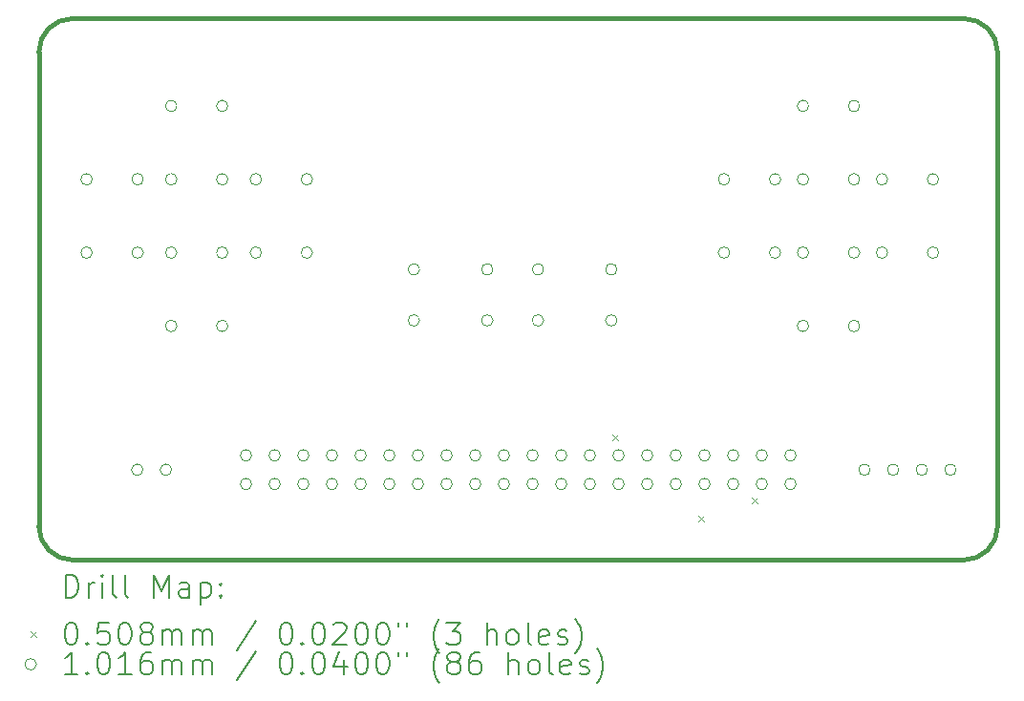
<source format=gbr>
%TF.GenerationSoftware,KiCad,Pcbnew,9.0.2*%
%TF.CreationDate,2025-06-21T15:19:25-04:00*%
%TF.ProjectId,PiGRRL-ButtonPCB,50694752-524c-42d4-9275-74746f6e5043,rev?*%
%TF.SameCoordinates,Original*%
%TF.FileFunction,Drillmap*%
%TF.FilePolarity,Positive*%
%FSLAX45Y45*%
G04 Gerber Fmt 4.5, Leading zero omitted, Abs format (unit mm)*
G04 Created by KiCad (PCBNEW 9.0.2) date 2025-06-21 15:19:25*
%MOMM*%
%LPD*%
G01*
G04 APERTURE LIST*
%ADD10C,0.406400*%
%ADD11C,0.200000*%
%ADD12C,0.100000*%
%ADD13C,0.101600*%
G04 APERTURE END LIST*
D10*
X19100110Y-8400360D02*
X19100110Y-12600360D01*
X19100110Y-12600360D02*
G75*
G02*
X18800110Y-12900360I-300000J0D01*
G01*
X18800110Y-12900360D02*
X10900110Y-12900360D01*
X10900110Y-12900360D02*
G75*
G02*
X10600110Y-12600360I0J300000D01*
G01*
X10600110Y-12600360D02*
X10600110Y-8400360D01*
X10600110Y-8400360D02*
G75*
G02*
X10900110Y-8100360I300000J0D01*
G01*
X10900110Y-8100360D02*
X18800110Y-8100360D01*
X18800110Y-8100360D02*
G75*
G02*
X19100110Y-8400360I0J-300000D01*
G01*
D11*
D12*
X15687730Y-11785300D02*
X15738530Y-11836100D01*
X15738530Y-11785300D02*
X15687730Y-11836100D01*
X16442110Y-12511740D02*
X16492910Y-12562540D01*
X16492910Y-12511740D02*
X16442110Y-12562540D01*
X16917090Y-12344100D02*
X16967890Y-12394900D01*
X16967890Y-12344100D02*
X16917090Y-12394900D01*
D13*
X11074850Y-9525240D02*
G75*
G02*
X10973250Y-9525240I-50800J0D01*
G01*
X10973250Y-9525240D02*
G75*
G02*
X11074850Y-9525240I50800J0D01*
G01*
X11074850Y-10175480D02*
G75*
G02*
X10973250Y-10175480I-50800J0D01*
G01*
X10973250Y-10175480D02*
G75*
G02*
X11074850Y-10175480I50800J0D01*
G01*
X11523910Y-12100360D02*
G75*
G02*
X11422310Y-12100360I-50800J0D01*
G01*
X11422310Y-12100360D02*
G75*
G02*
X11523910Y-12100360I50800J0D01*
G01*
X11526970Y-9525240D02*
G75*
G02*
X11425370Y-9525240I-50800J0D01*
G01*
X11425370Y-9525240D02*
G75*
G02*
X11526970Y-9525240I50800J0D01*
G01*
X11526970Y-10175480D02*
G75*
G02*
X11425370Y-10175480I-50800J0D01*
G01*
X11425370Y-10175480D02*
G75*
G02*
X11526970Y-10175480I50800J0D01*
G01*
X11777910Y-12100360D02*
G75*
G02*
X11676310Y-12100360I-50800J0D01*
G01*
X11676310Y-12100360D02*
G75*
G02*
X11777910Y-12100360I50800J0D01*
G01*
X11824850Y-8875240D02*
G75*
G02*
X11723250Y-8875240I-50800J0D01*
G01*
X11723250Y-8875240D02*
G75*
G02*
X11824850Y-8875240I50800J0D01*
G01*
X11824850Y-9525480D02*
G75*
G02*
X11723250Y-9525480I-50800J0D01*
G01*
X11723250Y-9525480D02*
G75*
G02*
X11824850Y-9525480I50800J0D01*
G01*
X11824850Y-10175240D02*
G75*
G02*
X11723250Y-10175240I-50800J0D01*
G01*
X11723250Y-10175240D02*
G75*
G02*
X11824850Y-10175240I50800J0D01*
G01*
X11824850Y-10825480D02*
G75*
G02*
X11723250Y-10825480I-50800J0D01*
G01*
X11723250Y-10825480D02*
G75*
G02*
X11824850Y-10825480I50800J0D01*
G01*
X12276970Y-8875240D02*
G75*
G02*
X12175370Y-8875240I-50800J0D01*
G01*
X12175370Y-8875240D02*
G75*
G02*
X12276970Y-8875240I50800J0D01*
G01*
X12276970Y-9525480D02*
G75*
G02*
X12175370Y-9525480I-50800J0D01*
G01*
X12175370Y-9525480D02*
G75*
G02*
X12276970Y-9525480I50800J0D01*
G01*
X12276970Y-10175240D02*
G75*
G02*
X12175370Y-10175240I-50800J0D01*
G01*
X12175370Y-10175240D02*
G75*
G02*
X12276970Y-10175240I50800J0D01*
G01*
X12276970Y-10825480D02*
G75*
G02*
X12175370Y-10825480I-50800J0D01*
G01*
X12175370Y-10825480D02*
G75*
G02*
X12276970Y-10825480I50800J0D01*
G01*
X12487910Y-11973360D02*
G75*
G02*
X12386310Y-11973360I-50800J0D01*
G01*
X12386310Y-11973360D02*
G75*
G02*
X12487910Y-11973360I50800J0D01*
G01*
X12487910Y-12227360D02*
G75*
G02*
X12386310Y-12227360I-50800J0D01*
G01*
X12386310Y-12227360D02*
G75*
G02*
X12487910Y-12227360I50800J0D01*
G01*
X12574850Y-9525240D02*
G75*
G02*
X12473250Y-9525240I-50800J0D01*
G01*
X12473250Y-9525240D02*
G75*
G02*
X12574850Y-9525240I50800J0D01*
G01*
X12574850Y-10175480D02*
G75*
G02*
X12473250Y-10175480I-50800J0D01*
G01*
X12473250Y-10175480D02*
G75*
G02*
X12574850Y-10175480I50800J0D01*
G01*
X12741910Y-11973360D02*
G75*
G02*
X12640310Y-11973360I-50800J0D01*
G01*
X12640310Y-11973360D02*
G75*
G02*
X12741910Y-11973360I50800J0D01*
G01*
X12741910Y-12227360D02*
G75*
G02*
X12640310Y-12227360I-50800J0D01*
G01*
X12640310Y-12227360D02*
G75*
G02*
X12741910Y-12227360I50800J0D01*
G01*
X12995910Y-11973360D02*
G75*
G02*
X12894310Y-11973360I-50800J0D01*
G01*
X12894310Y-11973360D02*
G75*
G02*
X12995910Y-11973360I50800J0D01*
G01*
X12995910Y-12227360D02*
G75*
G02*
X12894310Y-12227360I-50800J0D01*
G01*
X12894310Y-12227360D02*
G75*
G02*
X12995910Y-12227360I50800J0D01*
G01*
X13026970Y-9525240D02*
G75*
G02*
X12925370Y-9525240I-50800J0D01*
G01*
X12925370Y-9525240D02*
G75*
G02*
X13026970Y-9525240I50800J0D01*
G01*
X13026970Y-10175480D02*
G75*
G02*
X12925370Y-10175480I-50800J0D01*
G01*
X12925370Y-10175480D02*
G75*
G02*
X13026970Y-10175480I50800J0D01*
G01*
X13249910Y-11973360D02*
G75*
G02*
X13148310Y-11973360I-50800J0D01*
G01*
X13148310Y-11973360D02*
G75*
G02*
X13249910Y-11973360I50800J0D01*
G01*
X13249910Y-12227360D02*
G75*
G02*
X13148310Y-12227360I-50800J0D01*
G01*
X13148310Y-12227360D02*
G75*
G02*
X13249910Y-12227360I50800J0D01*
G01*
X13503910Y-11973360D02*
G75*
G02*
X13402310Y-11973360I-50800J0D01*
G01*
X13402310Y-11973360D02*
G75*
G02*
X13503910Y-11973360I50800J0D01*
G01*
X13503910Y-12227360D02*
G75*
G02*
X13402310Y-12227360I-50800J0D01*
G01*
X13402310Y-12227360D02*
G75*
G02*
X13503910Y-12227360I50800J0D01*
G01*
X13757910Y-11973360D02*
G75*
G02*
X13656310Y-11973360I-50800J0D01*
G01*
X13656310Y-11973360D02*
G75*
G02*
X13757910Y-11973360I50800J0D01*
G01*
X13757910Y-12227360D02*
G75*
G02*
X13656310Y-12227360I-50800J0D01*
G01*
X13656310Y-12227360D02*
G75*
G02*
X13757910Y-12227360I50800J0D01*
G01*
X13975790Y-10324300D02*
G75*
G02*
X13874190Y-10324300I-50800J0D01*
G01*
X13874190Y-10324300D02*
G75*
G02*
X13975790Y-10324300I50800J0D01*
G01*
X13975790Y-10776420D02*
G75*
G02*
X13874190Y-10776420I-50800J0D01*
G01*
X13874190Y-10776420D02*
G75*
G02*
X13975790Y-10776420I50800J0D01*
G01*
X14011910Y-11973360D02*
G75*
G02*
X13910310Y-11973360I-50800J0D01*
G01*
X13910310Y-11973360D02*
G75*
G02*
X14011910Y-11973360I50800J0D01*
G01*
X14011910Y-12227360D02*
G75*
G02*
X13910310Y-12227360I-50800J0D01*
G01*
X13910310Y-12227360D02*
G75*
G02*
X14011910Y-12227360I50800J0D01*
G01*
X14265910Y-11973360D02*
G75*
G02*
X14164310Y-11973360I-50800J0D01*
G01*
X14164310Y-11973360D02*
G75*
G02*
X14265910Y-11973360I50800J0D01*
G01*
X14265910Y-12227360D02*
G75*
G02*
X14164310Y-12227360I-50800J0D01*
G01*
X14164310Y-12227360D02*
G75*
G02*
X14265910Y-12227360I50800J0D01*
G01*
X14519910Y-11973360D02*
G75*
G02*
X14418310Y-11973360I-50800J0D01*
G01*
X14418310Y-11973360D02*
G75*
G02*
X14519910Y-11973360I50800J0D01*
G01*
X14519910Y-12227360D02*
G75*
G02*
X14418310Y-12227360I-50800J0D01*
G01*
X14418310Y-12227360D02*
G75*
G02*
X14519910Y-12227360I50800J0D01*
G01*
X14626030Y-10324300D02*
G75*
G02*
X14524430Y-10324300I-50800J0D01*
G01*
X14524430Y-10324300D02*
G75*
G02*
X14626030Y-10324300I50800J0D01*
G01*
X14626030Y-10776420D02*
G75*
G02*
X14524430Y-10776420I-50800J0D01*
G01*
X14524430Y-10776420D02*
G75*
G02*
X14626030Y-10776420I50800J0D01*
G01*
X14773910Y-11973360D02*
G75*
G02*
X14672310Y-11973360I-50800J0D01*
G01*
X14672310Y-11973360D02*
G75*
G02*
X14773910Y-11973360I50800J0D01*
G01*
X14773910Y-12227360D02*
G75*
G02*
X14672310Y-12227360I-50800J0D01*
G01*
X14672310Y-12227360D02*
G75*
G02*
X14773910Y-12227360I50800J0D01*
G01*
X15027910Y-11973360D02*
G75*
G02*
X14926310Y-11973360I-50800J0D01*
G01*
X14926310Y-11973360D02*
G75*
G02*
X15027910Y-11973360I50800J0D01*
G01*
X15027910Y-12227360D02*
G75*
G02*
X14926310Y-12227360I-50800J0D01*
G01*
X14926310Y-12227360D02*
G75*
G02*
X15027910Y-12227360I50800J0D01*
G01*
X15075790Y-10324300D02*
G75*
G02*
X14974190Y-10324300I-50800J0D01*
G01*
X14974190Y-10324300D02*
G75*
G02*
X15075790Y-10324300I50800J0D01*
G01*
X15075790Y-10776420D02*
G75*
G02*
X14974190Y-10776420I-50800J0D01*
G01*
X14974190Y-10776420D02*
G75*
G02*
X15075790Y-10776420I50800J0D01*
G01*
X15281910Y-11973360D02*
G75*
G02*
X15180310Y-11973360I-50800J0D01*
G01*
X15180310Y-11973360D02*
G75*
G02*
X15281910Y-11973360I50800J0D01*
G01*
X15281910Y-12227360D02*
G75*
G02*
X15180310Y-12227360I-50800J0D01*
G01*
X15180310Y-12227360D02*
G75*
G02*
X15281910Y-12227360I50800J0D01*
G01*
X15535910Y-11973360D02*
G75*
G02*
X15434310Y-11973360I-50800J0D01*
G01*
X15434310Y-11973360D02*
G75*
G02*
X15535910Y-11973360I50800J0D01*
G01*
X15535910Y-12227360D02*
G75*
G02*
X15434310Y-12227360I-50800J0D01*
G01*
X15434310Y-12227360D02*
G75*
G02*
X15535910Y-12227360I50800J0D01*
G01*
X15726030Y-10324300D02*
G75*
G02*
X15624430Y-10324300I-50800J0D01*
G01*
X15624430Y-10324300D02*
G75*
G02*
X15726030Y-10324300I50800J0D01*
G01*
X15726030Y-10776420D02*
G75*
G02*
X15624430Y-10776420I-50800J0D01*
G01*
X15624430Y-10776420D02*
G75*
G02*
X15726030Y-10776420I50800J0D01*
G01*
X15789910Y-11973360D02*
G75*
G02*
X15688310Y-11973360I-50800J0D01*
G01*
X15688310Y-11973360D02*
G75*
G02*
X15789910Y-11973360I50800J0D01*
G01*
X15789910Y-12227360D02*
G75*
G02*
X15688310Y-12227360I-50800J0D01*
G01*
X15688310Y-12227360D02*
G75*
G02*
X15789910Y-12227360I50800J0D01*
G01*
X16043910Y-11973360D02*
G75*
G02*
X15942310Y-11973360I-50800J0D01*
G01*
X15942310Y-11973360D02*
G75*
G02*
X16043910Y-11973360I50800J0D01*
G01*
X16043910Y-12227360D02*
G75*
G02*
X15942310Y-12227360I-50800J0D01*
G01*
X15942310Y-12227360D02*
G75*
G02*
X16043910Y-12227360I50800J0D01*
G01*
X16297910Y-11973360D02*
G75*
G02*
X16196310Y-11973360I-50800J0D01*
G01*
X16196310Y-11973360D02*
G75*
G02*
X16297910Y-11973360I50800J0D01*
G01*
X16297910Y-12227360D02*
G75*
G02*
X16196310Y-12227360I-50800J0D01*
G01*
X16196310Y-12227360D02*
G75*
G02*
X16297910Y-12227360I50800J0D01*
G01*
X16551910Y-11973360D02*
G75*
G02*
X16450310Y-11973360I-50800J0D01*
G01*
X16450310Y-11973360D02*
G75*
G02*
X16551910Y-11973360I50800J0D01*
G01*
X16551910Y-12227360D02*
G75*
G02*
X16450310Y-12227360I-50800J0D01*
G01*
X16450310Y-12227360D02*
G75*
G02*
X16551910Y-12227360I50800J0D01*
G01*
X16724850Y-9525240D02*
G75*
G02*
X16623250Y-9525240I-50800J0D01*
G01*
X16623250Y-9525240D02*
G75*
G02*
X16724850Y-9525240I50800J0D01*
G01*
X16724850Y-10175480D02*
G75*
G02*
X16623250Y-10175480I-50800J0D01*
G01*
X16623250Y-10175480D02*
G75*
G02*
X16724850Y-10175480I50800J0D01*
G01*
X16805910Y-11973360D02*
G75*
G02*
X16704310Y-11973360I-50800J0D01*
G01*
X16704310Y-11973360D02*
G75*
G02*
X16805910Y-11973360I50800J0D01*
G01*
X16805910Y-12227360D02*
G75*
G02*
X16704310Y-12227360I-50800J0D01*
G01*
X16704310Y-12227360D02*
G75*
G02*
X16805910Y-12227360I50800J0D01*
G01*
X17059910Y-11973360D02*
G75*
G02*
X16958310Y-11973360I-50800J0D01*
G01*
X16958310Y-11973360D02*
G75*
G02*
X17059910Y-11973360I50800J0D01*
G01*
X17059910Y-12227360D02*
G75*
G02*
X16958310Y-12227360I-50800J0D01*
G01*
X16958310Y-12227360D02*
G75*
G02*
X17059910Y-12227360I50800J0D01*
G01*
X17176970Y-9525240D02*
G75*
G02*
X17075370Y-9525240I-50800J0D01*
G01*
X17075370Y-9525240D02*
G75*
G02*
X17176970Y-9525240I50800J0D01*
G01*
X17176970Y-10175480D02*
G75*
G02*
X17075370Y-10175480I-50800J0D01*
G01*
X17075370Y-10175480D02*
G75*
G02*
X17176970Y-10175480I50800J0D01*
G01*
X17313910Y-11973360D02*
G75*
G02*
X17212310Y-11973360I-50800J0D01*
G01*
X17212310Y-11973360D02*
G75*
G02*
X17313910Y-11973360I50800J0D01*
G01*
X17313910Y-12227360D02*
G75*
G02*
X17212310Y-12227360I-50800J0D01*
G01*
X17212310Y-12227360D02*
G75*
G02*
X17313910Y-12227360I50800J0D01*
G01*
X17424850Y-8875240D02*
G75*
G02*
X17323250Y-8875240I-50800J0D01*
G01*
X17323250Y-8875240D02*
G75*
G02*
X17424850Y-8875240I50800J0D01*
G01*
X17424850Y-9525480D02*
G75*
G02*
X17323250Y-9525480I-50800J0D01*
G01*
X17323250Y-9525480D02*
G75*
G02*
X17424850Y-9525480I50800J0D01*
G01*
X17424850Y-10175240D02*
G75*
G02*
X17323250Y-10175240I-50800J0D01*
G01*
X17323250Y-10175240D02*
G75*
G02*
X17424850Y-10175240I50800J0D01*
G01*
X17424850Y-10825480D02*
G75*
G02*
X17323250Y-10825480I-50800J0D01*
G01*
X17323250Y-10825480D02*
G75*
G02*
X17424850Y-10825480I50800J0D01*
G01*
X17876970Y-8875240D02*
G75*
G02*
X17775370Y-8875240I-50800J0D01*
G01*
X17775370Y-8875240D02*
G75*
G02*
X17876970Y-8875240I50800J0D01*
G01*
X17876970Y-9525480D02*
G75*
G02*
X17775370Y-9525480I-50800J0D01*
G01*
X17775370Y-9525480D02*
G75*
G02*
X17876970Y-9525480I50800J0D01*
G01*
X17876970Y-10175240D02*
G75*
G02*
X17775370Y-10175240I-50800J0D01*
G01*
X17775370Y-10175240D02*
G75*
G02*
X17876970Y-10175240I50800J0D01*
G01*
X17876970Y-10825480D02*
G75*
G02*
X17775370Y-10825480I-50800J0D01*
G01*
X17775370Y-10825480D02*
G75*
G02*
X17876970Y-10825480I50800J0D01*
G01*
X17969910Y-12100360D02*
G75*
G02*
X17868310Y-12100360I-50800J0D01*
G01*
X17868310Y-12100360D02*
G75*
G02*
X17969910Y-12100360I50800J0D01*
G01*
X18124850Y-9525240D02*
G75*
G02*
X18023250Y-9525240I-50800J0D01*
G01*
X18023250Y-9525240D02*
G75*
G02*
X18124850Y-9525240I50800J0D01*
G01*
X18124850Y-10175480D02*
G75*
G02*
X18023250Y-10175480I-50800J0D01*
G01*
X18023250Y-10175480D02*
G75*
G02*
X18124850Y-10175480I50800J0D01*
G01*
X18223910Y-12100360D02*
G75*
G02*
X18122310Y-12100360I-50800J0D01*
G01*
X18122310Y-12100360D02*
G75*
G02*
X18223910Y-12100360I50800J0D01*
G01*
X18477910Y-12100360D02*
G75*
G02*
X18376310Y-12100360I-50800J0D01*
G01*
X18376310Y-12100360D02*
G75*
G02*
X18477910Y-12100360I50800J0D01*
G01*
X18576970Y-9525240D02*
G75*
G02*
X18475370Y-9525240I-50800J0D01*
G01*
X18475370Y-9525240D02*
G75*
G02*
X18576970Y-9525240I50800J0D01*
G01*
X18576970Y-10175480D02*
G75*
G02*
X18475370Y-10175480I-50800J0D01*
G01*
X18475370Y-10175480D02*
G75*
G02*
X18576970Y-10175480I50800J0D01*
G01*
X18731910Y-12100360D02*
G75*
G02*
X18630310Y-12100360I-50800J0D01*
G01*
X18630310Y-12100360D02*
G75*
G02*
X18731910Y-12100360I50800J0D01*
G01*
D11*
X10840567Y-13232164D02*
X10840567Y-13032164D01*
X10840567Y-13032164D02*
X10888186Y-13032164D01*
X10888186Y-13032164D02*
X10916757Y-13041688D01*
X10916757Y-13041688D02*
X10935805Y-13060735D01*
X10935805Y-13060735D02*
X10945329Y-13079783D01*
X10945329Y-13079783D02*
X10954853Y-13117878D01*
X10954853Y-13117878D02*
X10954853Y-13146449D01*
X10954853Y-13146449D02*
X10945329Y-13184545D01*
X10945329Y-13184545D02*
X10935805Y-13203592D01*
X10935805Y-13203592D02*
X10916757Y-13222640D01*
X10916757Y-13222640D02*
X10888186Y-13232164D01*
X10888186Y-13232164D02*
X10840567Y-13232164D01*
X11040567Y-13232164D02*
X11040567Y-13098830D01*
X11040567Y-13136926D02*
X11050091Y-13117878D01*
X11050091Y-13117878D02*
X11059614Y-13108354D01*
X11059614Y-13108354D02*
X11078662Y-13098830D01*
X11078662Y-13098830D02*
X11097710Y-13098830D01*
X11164376Y-13232164D02*
X11164376Y-13098830D01*
X11164376Y-13032164D02*
X11154853Y-13041688D01*
X11154853Y-13041688D02*
X11164376Y-13051211D01*
X11164376Y-13051211D02*
X11173900Y-13041688D01*
X11173900Y-13041688D02*
X11164376Y-13032164D01*
X11164376Y-13032164D02*
X11164376Y-13051211D01*
X11288186Y-13232164D02*
X11269138Y-13222640D01*
X11269138Y-13222640D02*
X11259614Y-13203592D01*
X11259614Y-13203592D02*
X11259614Y-13032164D01*
X11392948Y-13232164D02*
X11373900Y-13222640D01*
X11373900Y-13222640D02*
X11364376Y-13203592D01*
X11364376Y-13203592D02*
X11364376Y-13032164D01*
X11621519Y-13232164D02*
X11621519Y-13032164D01*
X11621519Y-13032164D02*
X11688186Y-13175021D01*
X11688186Y-13175021D02*
X11754852Y-13032164D01*
X11754852Y-13032164D02*
X11754852Y-13232164D01*
X11935805Y-13232164D02*
X11935805Y-13127402D01*
X11935805Y-13127402D02*
X11926281Y-13108354D01*
X11926281Y-13108354D02*
X11907233Y-13098830D01*
X11907233Y-13098830D02*
X11869138Y-13098830D01*
X11869138Y-13098830D02*
X11850091Y-13108354D01*
X11935805Y-13222640D02*
X11916757Y-13232164D01*
X11916757Y-13232164D02*
X11869138Y-13232164D01*
X11869138Y-13232164D02*
X11850091Y-13222640D01*
X11850091Y-13222640D02*
X11840567Y-13203592D01*
X11840567Y-13203592D02*
X11840567Y-13184545D01*
X11840567Y-13184545D02*
X11850091Y-13165497D01*
X11850091Y-13165497D02*
X11869138Y-13155973D01*
X11869138Y-13155973D02*
X11916757Y-13155973D01*
X11916757Y-13155973D02*
X11935805Y-13146449D01*
X12031043Y-13098830D02*
X12031043Y-13298830D01*
X12031043Y-13108354D02*
X12050091Y-13098830D01*
X12050091Y-13098830D02*
X12088186Y-13098830D01*
X12088186Y-13098830D02*
X12107233Y-13108354D01*
X12107233Y-13108354D02*
X12116757Y-13117878D01*
X12116757Y-13117878D02*
X12126281Y-13136926D01*
X12126281Y-13136926D02*
X12126281Y-13194068D01*
X12126281Y-13194068D02*
X12116757Y-13213116D01*
X12116757Y-13213116D02*
X12107233Y-13222640D01*
X12107233Y-13222640D02*
X12088186Y-13232164D01*
X12088186Y-13232164D02*
X12050091Y-13232164D01*
X12050091Y-13232164D02*
X12031043Y-13222640D01*
X12211995Y-13213116D02*
X12221519Y-13222640D01*
X12221519Y-13222640D02*
X12211995Y-13232164D01*
X12211995Y-13232164D02*
X12202472Y-13222640D01*
X12202472Y-13222640D02*
X12211995Y-13213116D01*
X12211995Y-13213116D02*
X12211995Y-13232164D01*
X12211995Y-13108354D02*
X12221519Y-13117878D01*
X12221519Y-13117878D02*
X12211995Y-13127402D01*
X12211995Y-13127402D02*
X12202472Y-13117878D01*
X12202472Y-13117878D02*
X12211995Y-13108354D01*
X12211995Y-13108354D02*
X12211995Y-13127402D01*
D12*
X10528990Y-13535280D02*
X10579790Y-13586080D01*
X10579790Y-13535280D02*
X10528990Y-13586080D01*
D11*
X10878662Y-13452164D02*
X10897710Y-13452164D01*
X10897710Y-13452164D02*
X10916757Y-13461688D01*
X10916757Y-13461688D02*
X10926281Y-13471211D01*
X10926281Y-13471211D02*
X10935805Y-13490259D01*
X10935805Y-13490259D02*
X10945329Y-13528354D01*
X10945329Y-13528354D02*
X10945329Y-13575973D01*
X10945329Y-13575973D02*
X10935805Y-13614068D01*
X10935805Y-13614068D02*
X10926281Y-13633116D01*
X10926281Y-13633116D02*
X10916757Y-13642640D01*
X10916757Y-13642640D02*
X10897710Y-13652164D01*
X10897710Y-13652164D02*
X10878662Y-13652164D01*
X10878662Y-13652164D02*
X10859614Y-13642640D01*
X10859614Y-13642640D02*
X10850091Y-13633116D01*
X10850091Y-13633116D02*
X10840567Y-13614068D01*
X10840567Y-13614068D02*
X10831043Y-13575973D01*
X10831043Y-13575973D02*
X10831043Y-13528354D01*
X10831043Y-13528354D02*
X10840567Y-13490259D01*
X10840567Y-13490259D02*
X10850091Y-13471211D01*
X10850091Y-13471211D02*
X10859614Y-13461688D01*
X10859614Y-13461688D02*
X10878662Y-13452164D01*
X11031043Y-13633116D02*
X11040567Y-13642640D01*
X11040567Y-13642640D02*
X11031043Y-13652164D01*
X11031043Y-13652164D02*
X11021519Y-13642640D01*
X11021519Y-13642640D02*
X11031043Y-13633116D01*
X11031043Y-13633116D02*
X11031043Y-13652164D01*
X11221519Y-13452164D02*
X11126281Y-13452164D01*
X11126281Y-13452164D02*
X11116757Y-13547402D01*
X11116757Y-13547402D02*
X11126281Y-13537878D01*
X11126281Y-13537878D02*
X11145329Y-13528354D01*
X11145329Y-13528354D02*
X11192948Y-13528354D01*
X11192948Y-13528354D02*
X11211995Y-13537878D01*
X11211995Y-13537878D02*
X11221519Y-13547402D01*
X11221519Y-13547402D02*
X11231043Y-13566449D01*
X11231043Y-13566449D02*
X11231043Y-13614068D01*
X11231043Y-13614068D02*
X11221519Y-13633116D01*
X11221519Y-13633116D02*
X11211995Y-13642640D01*
X11211995Y-13642640D02*
X11192948Y-13652164D01*
X11192948Y-13652164D02*
X11145329Y-13652164D01*
X11145329Y-13652164D02*
X11126281Y-13642640D01*
X11126281Y-13642640D02*
X11116757Y-13633116D01*
X11354852Y-13452164D02*
X11373900Y-13452164D01*
X11373900Y-13452164D02*
X11392948Y-13461688D01*
X11392948Y-13461688D02*
X11402472Y-13471211D01*
X11402472Y-13471211D02*
X11411995Y-13490259D01*
X11411995Y-13490259D02*
X11421519Y-13528354D01*
X11421519Y-13528354D02*
X11421519Y-13575973D01*
X11421519Y-13575973D02*
X11411995Y-13614068D01*
X11411995Y-13614068D02*
X11402472Y-13633116D01*
X11402472Y-13633116D02*
X11392948Y-13642640D01*
X11392948Y-13642640D02*
X11373900Y-13652164D01*
X11373900Y-13652164D02*
X11354852Y-13652164D01*
X11354852Y-13652164D02*
X11335805Y-13642640D01*
X11335805Y-13642640D02*
X11326281Y-13633116D01*
X11326281Y-13633116D02*
X11316757Y-13614068D01*
X11316757Y-13614068D02*
X11307233Y-13575973D01*
X11307233Y-13575973D02*
X11307233Y-13528354D01*
X11307233Y-13528354D02*
X11316757Y-13490259D01*
X11316757Y-13490259D02*
X11326281Y-13471211D01*
X11326281Y-13471211D02*
X11335805Y-13461688D01*
X11335805Y-13461688D02*
X11354852Y-13452164D01*
X11535805Y-13537878D02*
X11516757Y-13528354D01*
X11516757Y-13528354D02*
X11507233Y-13518830D01*
X11507233Y-13518830D02*
X11497710Y-13499783D01*
X11497710Y-13499783D02*
X11497710Y-13490259D01*
X11497710Y-13490259D02*
X11507233Y-13471211D01*
X11507233Y-13471211D02*
X11516757Y-13461688D01*
X11516757Y-13461688D02*
X11535805Y-13452164D01*
X11535805Y-13452164D02*
X11573900Y-13452164D01*
X11573900Y-13452164D02*
X11592948Y-13461688D01*
X11592948Y-13461688D02*
X11602472Y-13471211D01*
X11602472Y-13471211D02*
X11611995Y-13490259D01*
X11611995Y-13490259D02*
X11611995Y-13499783D01*
X11611995Y-13499783D02*
X11602472Y-13518830D01*
X11602472Y-13518830D02*
X11592948Y-13528354D01*
X11592948Y-13528354D02*
X11573900Y-13537878D01*
X11573900Y-13537878D02*
X11535805Y-13537878D01*
X11535805Y-13537878D02*
X11516757Y-13547402D01*
X11516757Y-13547402D02*
X11507233Y-13556926D01*
X11507233Y-13556926D02*
X11497710Y-13575973D01*
X11497710Y-13575973D02*
X11497710Y-13614068D01*
X11497710Y-13614068D02*
X11507233Y-13633116D01*
X11507233Y-13633116D02*
X11516757Y-13642640D01*
X11516757Y-13642640D02*
X11535805Y-13652164D01*
X11535805Y-13652164D02*
X11573900Y-13652164D01*
X11573900Y-13652164D02*
X11592948Y-13642640D01*
X11592948Y-13642640D02*
X11602472Y-13633116D01*
X11602472Y-13633116D02*
X11611995Y-13614068D01*
X11611995Y-13614068D02*
X11611995Y-13575973D01*
X11611995Y-13575973D02*
X11602472Y-13556926D01*
X11602472Y-13556926D02*
X11592948Y-13547402D01*
X11592948Y-13547402D02*
X11573900Y-13537878D01*
X11697710Y-13652164D02*
X11697710Y-13518830D01*
X11697710Y-13537878D02*
X11707233Y-13528354D01*
X11707233Y-13528354D02*
X11726281Y-13518830D01*
X11726281Y-13518830D02*
X11754853Y-13518830D01*
X11754853Y-13518830D02*
X11773900Y-13528354D01*
X11773900Y-13528354D02*
X11783424Y-13547402D01*
X11783424Y-13547402D02*
X11783424Y-13652164D01*
X11783424Y-13547402D02*
X11792948Y-13528354D01*
X11792948Y-13528354D02*
X11811995Y-13518830D01*
X11811995Y-13518830D02*
X11840567Y-13518830D01*
X11840567Y-13518830D02*
X11859614Y-13528354D01*
X11859614Y-13528354D02*
X11869138Y-13547402D01*
X11869138Y-13547402D02*
X11869138Y-13652164D01*
X11964376Y-13652164D02*
X11964376Y-13518830D01*
X11964376Y-13537878D02*
X11973900Y-13528354D01*
X11973900Y-13528354D02*
X11992948Y-13518830D01*
X11992948Y-13518830D02*
X12021519Y-13518830D01*
X12021519Y-13518830D02*
X12040567Y-13528354D01*
X12040567Y-13528354D02*
X12050091Y-13547402D01*
X12050091Y-13547402D02*
X12050091Y-13652164D01*
X12050091Y-13547402D02*
X12059614Y-13528354D01*
X12059614Y-13528354D02*
X12078662Y-13518830D01*
X12078662Y-13518830D02*
X12107233Y-13518830D01*
X12107233Y-13518830D02*
X12126281Y-13528354D01*
X12126281Y-13528354D02*
X12135805Y-13547402D01*
X12135805Y-13547402D02*
X12135805Y-13652164D01*
X12526281Y-13442640D02*
X12354853Y-13699783D01*
X12783424Y-13452164D02*
X12802472Y-13452164D01*
X12802472Y-13452164D02*
X12821519Y-13461688D01*
X12821519Y-13461688D02*
X12831043Y-13471211D01*
X12831043Y-13471211D02*
X12840567Y-13490259D01*
X12840567Y-13490259D02*
X12850091Y-13528354D01*
X12850091Y-13528354D02*
X12850091Y-13575973D01*
X12850091Y-13575973D02*
X12840567Y-13614068D01*
X12840567Y-13614068D02*
X12831043Y-13633116D01*
X12831043Y-13633116D02*
X12821519Y-13642640D01*
X12821519Y-13642640D02*
X12802472Y-13652164D01*
X12802472Y-13652164D02*
X12783424Y-13652164D01*
X12783424Y-13652164D02*
X12764376Y-13642640D01*
X12764376Y-13642640D02*
X12754853Y-13633116D01*
X12754853Y-13633116D02*
X12745329Y-13614068D01*
X12745329Y-13614068D02*
X12735805Y-13575973D01*
X12735805Y-13575973D02*
X12735805Y-13528354D01*
X12735805Y-13528354D02*
X12745329Y-13490259D01*
X12745329Y-13490259D02*
X12754853Y-13471211D01*
X12754853Y-13471211D02*
X12764376Y-13461688D01*
X12764376Y-13461688D02*
X12783424Y-13452164D01*
X12935805Y-13633116D02*
X12945329Y-13642640D01*
X12945329Y-13642640D02*
X12935805Y-13652164D01*
X12935805Y-13652164D02*
X12926281Y-13642640D01*
X12926281Y-13642640D02*
X12935805Y-13633116D01*
X12935805Y-13633116D02*
X12935805Y-13652164D01*
X13069138Y-13452164D02*
X13088186Y-13452164D01*
X13088186Y-13452164D02*
X13107234Y-13461688D01*
X13107234Y-13461688D02*
X13116757Y-13471211D01*
X13116757Y-13471211D02*
X13126281Y-13490259D01*
X13126281Y-13490259D02*
X13135805Y-13528354D01*
X13135805Y-13528354D02*
X13135805Y-13575973D01*
X13135805Y-13575973D02*
X13126281Y-13614068D01*
X13126281Y-13614068D02*
X13116757Y-13633116D01*
X13116757Y-13633116D02*
X13107234Y-13642640D01*
X13107234Y-13642640D02*
X13088186Y-13652164D01*
X13088186Y-13652164D02*
X13069138Y-13652164D01*
X13069138Y-13652164D02*
X13050091Y-13642640D01*
X13050091Y-13642640D02*
X13040567Y-13633116D01*
X13040567Y-13633116D02*
X13031043Y-13614068D01*
X13031043Y-13614068D02*
X13021519Y-13575973D01*
X13021519Y-13575973D02*
X13021519Y-13528354D01*
X13021519Y-13528354D02*
X13031043Y-13490259D01*
X13031043Y-13490259D02*
X13040567Y-13471211D01*
X13040567Y-13471211D02*
X13050091Y-13461688D01*
X13050091Y-13461688D02*
X13069138Y-13452164D01*
X13211996Y-13471211D02*
X13221519Y-13461688D01*
X13221519Y-13461688D02*
X13240567Y-13452164D01*
X13240567Y-13452164D02*
X13288186Y-13452164D01*
X13288186Y-13452164D02*
X13307234Y-13461688D01*
X13307234Y-13461688D02*
X13316757Y-13471211D01*
X13316757Y-13471211D02*
X13326281Y-13490259D01*
X13326281Y-13490259D02*
X13326281Y-13509307D01*
X13326281Y-13509307D02*
X13316757Y-13537878D01*
X13316757Y-13537878D02*
X13202472Y-13652164D01*
X13202472Y-13652164D02*
X13326281Y-13652164D01*
X13450091Y-13452164D02*
X13469138Y-13452164D01*
X13469138Y-13452164D02*
X13488186Y-13461688D01*
X13488186Y-13461688D02*
X13497710Y-13471211D01*
X13497710Y-13471211D02*
X13507234Y-13490259D01*
X13507234Y-13490259D02*
X13516757Y-13528354D01*
X13516757Y-13528354D02*
X13516757Y-13575973D01*
X13516757Y-13575973D02*
X13507234Y-13614068D01*
X13507234Y-13614068D02*
X13497710Y-13633116D01*
X13497710Y-13633116D02*
X13488186Y-13642640D01*
X13488186Y-13642640D02*
X13469138Y-13652164D01*
X13469138Y-13652164D02*
X13450091Y-13652164D01*
X13450091Y-13652164D02*
X13431043Y-13642640D01*
X13431043Y-13642640D02*
X13421519Y-13633116D01*
X13421519Y-13633116D02*
X13411996Y-13614068D01*
X13411996Y-13614068D02*
X13402472Y-13575973D01*
X13402472Y-13575973D02*
X13402472Y-13528354D01*
X13402472Y-13528354D02*
X13411996Y-13490259D01*
X13411996Y-13490259D02*
X13421519Y-13471211D01*
X13421519Y-13471211D02*
X13431043Y-13461688D01*
X13431043Y-13461688D02*
X13450091Y-13452164D01*
X13640567Y-13452164D02*
X13659615Y-13452164D01*
X13659615Y-13452164D02*
X13678662Y-13461688D01*
X13678662Y-13461688D02*
X13688186Y-13471211D01*
X13688186Y-13471211D02*
X13697710Y-13490259D01*
X13697710Y-13490259D02*
X13707234Y-13528354D01*
X13707234Y-13528354D02*
X13707234Y-13575973D01*
X13707234Y-13575973D02*
X13697710Y-13614068D01*
X13697710Y-13614068D02*
X13688186Y-13633116D01*
X13688186Y-13633116D02*
X13678662Y-13642640D01*
X13678662Y-13642640D02*
X13659615Y-13652164D01*
X13659615Y-13652164D02*
X13640567Y-13652164D01*
X13640567Y-13652164D02*
X13621519Y-13642640D01*
X13621519Y-13642640D02*
X13611996Y-13633116D01*
X13611996Y-13633116D02*
X13602472Y-13614068D01*
X13602472Y-13614068D02*
X13592948Y-13575973D01*
X13592948Y-13575973D02*
X13592948Y-13528354D01*
X13592948Y-13528354D02*
X13602472Y-13490259D01*
X13602472Y-13490259D02*
X13611996Y-13471211D01*
X13611996Y-13471211D02*
X13621519Y-13461688D01*
X13621519Y-13461688D02*
X13640567Y-13452164D01*
X13783424Y-13452164D02*
X13783424Y-13490259D01*
X13859615Y-13452164D02*
X13859615Y-13490259D01*
X14154853Y-13728354D02*
X14145329Y-13718830D01*
X14145329Y-13718830D02*
X14126281Y-13690259D01*
X14126281Y-13690259D02*
X14116758Y-13671211D01*
X14116758Y-13671211D02*
X14107234Y-13642640D01*
X14107234Y-13642640D02*
X14097710Y-13595021D01*
X14097710Y-13595021D02*
X14097710Y-13556926D01*
X14097710Y-13556926D02*
X14107234Y-13509307D01*
X14107234Y-13509307D02*
X14116758Y-13480735D01*
X14116758Y-13480735D02*
X14126281Y-13461688D01*
X14126281Y-13461688D02*
X14145329Y-13433116D01*
X14145329Y-13433116D02*
X14154853Y-13423592D01*
X14211996Y-13452164D02*
X14335805Y-13452164D01*
X14335805Y-13452164D02*
X14269138Y-13528354D01*
X14269138Y-13528354D02*
X14297710Y-13528354D01*
X14297710Y-13528354D02*
X14316758Y-13537878D01*
X14316758Y-13537878D02*
X14326281Y-13547402D01*
X14326281Y-13547402D02*
X14335805Y-13566449D01*
X14335805Y-13566449D02*
X14335805Y-13614068D01*
X14335805Y-13614068D02*
X14326281Y-13633116D01*
X14326281Y-13633116D02*
X14316758Y-13642640D01*
X14316758Y-13642640D02*
X14297710Y-13652164D01*
X14297710Y-13652164D02*
X14240567Y-13652164D01*
X14240567Y-13652164D02*
X14221519Y-13642640D01*
X14221519Y-13642640D02*
X14211996Y-13633116D01*
X14573900Y-13652164D02*
X14573900Y-13452164D01*
X14659615Y-13652164D02*
X14659615Y-13547402D01*
X14659615Y-13547402D02*
X14650091Y-13528354D01*
X14650091Y-13528354D02*
X14631043Y-13518830D01*
X14631043Y-13518830D02*
X14602472Y-13518830D01*
X14602472Y-13518830D02*
X14583424Y-13528354D01*
X14583424Y-13528354D02*
X14573900Y-13537878D01*
X14783424Y-13652164D02*
X14764377Y-13642640D01*
X14764377Y-13642640D02*
X14754853Y-13633116D01*
X14754853Y-13633116D02*
X14745329Y-13614068D01*
X14745329Y-13614068D02*
X14745329Y-13556926D01*
X14745329Y-13556926D02*
X14754853Y-13537878D01*
X14754853Y-13537878D02*
X14764377Y-13528354D01*
X14764377Y-13528354D02*
X14783424Y-13518830D01*
X14783424Y-13518830D02*
X14811996Y-13518830D01*
X14811996Y-13518830D02*
X14831043Y-13528354D01*
X14831043Y-13528354D02*
X14840567Y-13537878D01*
X14840567Y-13537878D02*
X14850091Y-13556926D01*
X14850091Y-13556926D02*
X14850091Y-13614068D01*
X14850091Y-13614068D02*
X14840567Y-13633116D01*
X14840567Y-13633116D02*
X14831043Y-13642640D01*
X14831043Y-13642640D02*
X14811996Y-13652164D01*
X14811996Y-13652164D02*
X14783424Y-13652164D01*
X14964377Y-13652164D02*
X14945329Y-13642640D01*
X14945329Y-13642640D02*
X14935805Y-13623592D01*
X14935805Y-13623592D02*
X14935805Y-13452164D01*
X15116758Y-13642640D02*
X15097710Y-13652164D01*
X15097710Y-13652164D02*
X15059615Y-13652164D01*
X15059615Y-13652164D02*
X15040567Y-13642640D01*
X15040567Y-13642640D02*
X15031043Y-13623592D01*
X15031043Y-13623592D02*
X15031043Y-13547402D01*
X15031043Y-13547402D02*
X15040567Y-13528354D01*
X15040567Y-13528354D02*
X15059615Y-13518830D01*
X15059615Y-13518830D02*
X15097710Y-13518830D01*
X15097710Y-13518830D02*
X15116758Y-13528354D01*
X15116758Y-13528354D02*
X15126281Y-13547402D01*
X15126281Y-13547402D02*
X15126281Y-13566449D01*
X15126281Y-13566449D02*
X15031043Y-13585497D01*
X15202472Y-13642640D02*
X15221520Y-13652164D01*
X15221520Y-13652164D02*
X15259615Y-13652164D01*
X15259615Y-13652164D02*
X15278662Y-13642640D01*
X15278662Y-13642640D02*
X15288186Y-13623592D01*
X15288186Y-13623592D02*
X15288186Y-13614068D01*
X15288186Y-13614068D02*
X15278662Y-13595021D01*
X15278662Y-13595021D02*
X15259615Y-13585497D01*
X15259615Y-13585497D02*
X15231043Y-13585497D01*
X15231043Y-13585497D02*
X15211996Y-13575973D01*
X15211996Y-13575973D02*
X15202472Y-13556926D01*
X15202472Y-13556926D02*
X15202472Y-13547402D01*
X15202472Y-13547402D02*
X15211996Y-13528354D01*
X15211996Y-13528354D02*
X15231043Y-13518830D01*
X15231043Y-13518830D02*
X15259615Y-13518830D01*
X15259615Y-13518830D02*
X15278662Y-13528354D01*
X15354853Y-13728354D02*
X15364377Y-13718830D01*
X15364377Y-13718830D02*
X15383424Y-13690259D01*
X15383424Y-13690259D02*
X15392948Y-13671211D01*
X15392948Y-13671211D02*
X15402472Y-13642640D01*
X15402472Y-13642640D02*
X15411996Y-13595021D01*
X15411996Y-13595021D02*
X15411996Y-13556926D01*
X15411996Y-13556926D02*
X15402472Y-13509307D01*
X15402472Y-13509307D02*
X15392948Y-13480735D01*
X15392948Y-13480735D02*
X15383424Y-13461688D01*
X15383424Y-13461688D02*
X15364377Y-13433116D01*
X15364377Y-13433116D02*
X15354853Y-13423592D01*
D13*
X10579790Y-13824680D02*
G75*
G02*
X10478190Y-13824680I-50800J0D01*
G01*
X10478190Y-13824680D02*
G75*
G02*
X10579790Y-13824680I50800J0D01*
G01*
D11*
X10945329Y-13916164D02*
X10831043Y-13916164D01*
X10888186Y-13916164D02*
X10888186Y-13716164D01*
X10888186Y-13716164D02*
X10869138Y-13744735D01*
X10869138Y-13744735D02*
X10850091Y-13763783D01*
X10850091Y-13763783D02*
X10831043Y-13773307D01*
X11031043Y-13897116D02*
X11040567Y-13906640D01*
X11040567Y-13906640D02*
X11031043Y-13916164D01*
X11031043Y-13916164D02*
X11021519Y-13906640D01*
X11021519Y-13906640D02*
X11031043Y-13897116D01*
X11031043Y-13897116D02*
X11031043Y-13916164D01*
X11164376Y-13716164D02*
X11183424Y-13716164D01*
X11183424Y-13716164D02*
X11202472Y-13725688D01*
X11202472Y-13725688D02*
X11211995Y-13735211D01*
X11211995Y-13735211D02*
X11221519Y-13754259D01*
X11221519Y-13754259D02*
X11231043Y-13792354D01*
X11231043Y-13792354D02*
X11231043Y-13839973D01*
X11231043Y-13839973D02*
X11221519Y-13878068D01*
X11221519Y-13878068D02*
X11211995Y-13897116D01*
X11211995Y-13897116D02*
X11202472Y-13906640D01*
X11202472Y-13906640D02*
X11183424Y-13916164D01*
X11183424Y-13916164D02*
X11164376Y-13916164D01*
X11164376Y-13916164D02*
X11145329Y-13906640D01*
X11145329Y-13906640D02*
X11135805Y-13897116D01*
X11135805Y-13897116D02*
X11126281Y-13878068D01*
X11126281Y-13878068D02*
X11116757Y-13839973D01*
X11116757Y-13839973D02*
X11116757Y-13792354D01*
X11116757Y-13792354D02*
X11126281Y-13754259D01*
X11126281Y-13754259D02*
X11135805Y-13735211D01*
X11135805Y-13735211D02*
X11145329Y-13725688D01*
X11145329Y-13725688D02*
X11164376Y-13716164D01*
X11421519Y-13916164D02*
X11307233Y-13916164D01*
X11364376Y-13916164D02*
X11364376Y-13716164D01*
X11364376Y-13716164D02*
X11345329Y-13744735D01*
X11345329Y-13744735D02*
X11326281Y-13763783D01*
X11326281Y-13763783D02*
X11307233Y-13773307D01*
X11592948Y-13716164D02*
X11554852Y-13716164D01*
X11554852Y-13716164D02*
X11535805Y-13725688D01*
X11535805Y-13725688D02*
X11526281Y-13735211D01*
X11526281Y-13735211D02*
X11507233Y-13763783D01*
X11507233Y-13763783D02*
X11497710Y-13801878D01*
X11497710Y-13801878D02*
X11497710Y-13878068D01*
X11497710Y-13878068D02*
X11507233Y-13897116D01*
X11507233Y-13897116D02*
X11516757Y-13906640D01*
X11516757Y-13906640D02*
X11535805Y-13916164D01*
X11535805Y-13916164D02*
X11573900Y-13916164D01*
X11573900Y-13916164D02*
X11592948Y-13906640D01*
X11592948Y-13906640D02*
X11602472Y-13897116D01*
X11602472Y-13897116D02*
X11611995Y-13878068D01*
X11611995Y-13878068D02*
X11611995Y-13830449D01*
X11611995Y-13830449D02*
X11602472Y-13811402D01*
X11602472Y-13811402D02*
X11592948Y-13801878D01*
X11592948Y-13801878D02*
X11573900Y-13792354D01*
X11573900Y-13792354D02*
X11535805Y-13792354D01*
X11535805Y-13792354D02*
X11516757Y-13801878D01*
X11516757Y-13801878D02*
X11507233Y-13811402D01*
X11507233Y-13811402D02*
X11497710Y-13830449D01*
X11697710Y-13916164D02*
X11697710Y-13782830D01*
X11697710Y-13801878D02*
X11707233Y-13792354D01*
X11707233Y-13792354D02*
X11726281Y-13782830D01*
X11726281Y-13782830D02*
X11754853Y-13782830D01*
X11754853Y-13782830D02*
X11773900Y-13792354D01*
X11773900Y-13792354D02*
X11783424Y-13811402D01*
X11783424Y-13811402D02*
X11783424Y-13916164D01*
X11783424Y-13811402D02*
X11792948Y-13792354D01*
X11792948Y-13792354D02*
X11811995Y-13782830D01*
X11811995Y-13782830D02*
X11840567Y-13782830D01*
X11840567Y-13782830D02*
X11859614Y-13792354D01*
X11859614Y-13792354D02*
X11869138Y-13811402D01*
X11869138Y-13811402D02*
X11869138Y-13916164D01*
X11964376Y-13916164D02*
X11964376Y-13782830D01*
X11964376Y-13801878D02*
X11973900Y-13792354D01*
X11973900Y-13792354D02*
X11992948Y-13782830D01*
X11992948Y-13782830D02*
X12021519Y-13782830D01*
X12021519Y-13782830D02*
X12040567Y-13792354D01*
X12040567Y-13792354D02*
X12050091Y-13811402D01*
X12050091Y-13811402D02*
X12050091Y-13916164D01*
X12050091Y-13811402D02*
X12059614Y-13792354D01*
X12059614Y-13792354D02*
X12078662Y-13782830D01*
X12078662Y-13782830D02*
X12107233Y-13782830D01*
X12107233Y-13782830D02*
X12126281Y-13792354D01*
X12126281Y-13792354D02*
X12135805Y-13811402D01*
X12135805Y-13811402D02*
X12135805Y-13916164D01*
X12526281Y-13706640D02*
X12354853Y-13963783D01*
X12783424Y-13716164D02*
X12802472Y-13716164D01*
X12802472Y-13716164D02*
X12821519Y-13725688D01*
X12821519Y-13725688D02*
X12831043Y-13735211D01*
X12831043Y-13735211D02*
X12840567Y-13754259D01*
X12840567Y-13754259D02*
X12850091Y-13792354D01*
X12850091Y-13792354D02*
X12850091Y-13839973D01*
X12850091Y-13839973D02*
X12840567Y-13878068D01*
X12840567Y-13878068D02*
X12831043Y-13897116D01*
X12831043Y-13897116D02*
X12821519Y-13906640D01*
X12821519Y-13906640D02*
X12802472Y-13916164D01*
X12802472Y-13916164D02*
X12783424Y-13916164D01*
X12783424Y-13916164D02*
X12764376Y-13906640D01*
X12764376Y-13906640D02*
X12754853Y-13897116D01*
X12754853Y-13897116D02*
X12745329Y-13878068D01*
X12745329Y-13878068D02*
X12735805Y-13839973D01*
X12735805Y-13839973D02*
X12735805Y-13792354D01*
X12735805Y-13792354D02*
X12745329Y-13754259D01*
X12745329Y-13754259D02*
X12754853Y-13735211D01*
X12754853Y-13735211D02*
X12764376Y-13725688D01*
X12764376Y-13725688D02*
X12783424Y-13716164D01*
X12935805Y-13897116D02*
X12945329Y-13906640D01*
X12945329Y-13906640D02*
X12935805Y-13916164D01*
X12935805Y-13916164D02*
X12926281Y-13906640D01*
X12926281Y-13906640D02*
X12935805Y-13897116D01*
X12935805Y-13897116D02*
X12935805Y-13916164D01*
X13069138Y-13716164D02*
X13088186Y-13716164D01*
X13088186Y-13716164D02*
X13107234Y-13725688D01*
X13107234Y-13725688D02*
X13116757Y-13735211D01*
X13116757Y-13735211D02*
X13126281Y-13754259D01*
X13126281Y-13754259D02*
X13135805Y-13792354D01*
X13135805Y-13792354D02*
X13135805Y-13839973D01*
X13135805Y-13839973D02*
X13126281Y-13878068D01*
X13126281Y-13878068D02*
X13116757Y-13897116D01*
X13116757Y-13897116D02*
X13107234Y-13906640D01*
X13107234Y-13906640D02*
X13088186Y-13916164D01*
X13088186Y-13916164D02*
X13069138Y-13916164D01*
X13069138Y-13916164D02*
X13050091Y-13906640D01*
X13050091Y-13906640D02*
X13040567Y-13897116D01*
X13040567Y-13897116D02*
X13031043Y-13878068D01*
X13031043Y-13878068D02*
X13021519Y-13839973D01*
X13021519Y-13839973D02*
X13021519Y-13792354D01*
X13021519Y-13792354D02*
X13031043Y-13754259D01*
X13031043Y-13754259D02*
X13040567Y-13735211D01*
X13040567Y-13735211D02*
X13050091Y-13725688D01*
X13050091Y-13725688D02*
X13069138Y-13716164D01*
X13307234Y-13782830D02*
X13307234Y-13916164D01*
X13259615Y-13706640D02*
X13211996Y-13849497D01*
X13211996Y-13849497D02*
X13335805Y-13849497D01*
X13450091Y-13716164D02*
X13469138Y-13716164D01*
X13469138Y-13716164D02*
X13488186Y-13725688D01*
X13488186Y-13725688D02*
X13497710Y-13735211D01*
X13497710Y-13735211D02*
X13507234Y-13754259D01*
X13507234Y-13754259D02*
X13516757Y-13792354D01*
X13516757Y-13792354D02*
X13516757Y-13839973D01*
X13516757Y-13839973D02*
X13507234Y-13878068D01*
X13507234Y-13878068D02*
X13497710Y-13897116D01*
X13497710Y-13897116D02*
X13488186Y-13906640D01*
X13488186Y-13906640D02*
X13469138Y-13916164D01*
X13469138Y-13916164D02*
X13450091Y-13916164D01*
X13450091Y-13916164D02*
X13431043Y-13906640D01*
X13431043Y-13906640D02*
X13421519Y-13897116D01*
X13421519Y-13897116D02*
X13411996Y-13878068D01*
X13411996Y-13878068D02*
X13402472Y-13839973D01*
X13402472Y-13839973D02*
X13402472Y-13792354D01*
X13402472Y-13792354D02*
X13411996Y-13754259D01*
X13411996Y-13754259D02*
X13421519Y-13735211D01*
X13421519Y-13735211D02*
X13431043Y-13725688D01*
X13431043Y-13725688D02*
X13450091Y-13716164D01*
X13640567Y-13716164D02*
X13659615Y-13716164D01*
X13659615Y-13716164D02*
X13678662Y-13725688D01*
X13678662Y-13725688D02*
X13688186Y-13735211D01*
X13688186Y-13735211D02*
X13697710Y-13754259D01*
X13697710Y-13754259D02*
X13707234Y-13792354D01*
X13707234Y-13792354D02*
X13707234Y-13839973D01*
X13707234Y-13839973D02*
X13697710Y-13878068D01*
X13697710Y-13878068D02*
X13688186Y-13897116D01*
X13688186Y-13897116D02*
X13678662Y-13906640D01*
X13678662Y-13906640D02*
X13659615Y-13916164D01*
X13659615Y-13916164D02*
X13640567Y-13916164D01*
X13640567Y-13916164D02*
X13621519Y-13906640D01*
X13621519Y-13906640D02*
X13611996Y-13897116D01*
X13611996Y-13897116D02*
X13602472Y-13878068D01*
X13602472Y-13878068D02*
X13592948Y-13839973D01*
X13592948Y-13839973D02*
X13592948Y-13792354D01*
X13592948Y-13792354D02*
X13602472Y-13754259D01*
X13602472Y-13754259D02*
X13611996Y-13735211D01*
X13611996Y-13735211D02*
X13621519Y-13725688D01*
X13621519Y-13725688D02*
X13640567Y-13716164D01*
X13783424Y-13716164D02*
X13783424Y-13754259D01*
X13859615Y-13716164D02*
X13859615Y-13754259D01*
X14154853Y-13992354D02*
X14145329Y-13982830D01*
X14145329Y-13982830D02*
X14126281Y-13954259D01*
X14126281Y-13954259D02*
X14116758Y-13935211D01*
X14116758Y-13935211D02*
X14107234Y-13906640D01*
X14107234Y-13906640D02*
X14097710Y-13859021D01*
X14097710Y-13859021D02*
X14097710Y-13820926D01*
X14097710Y-13820926D02*
X14107234Y-13773307D01*
X14107234Y-13773307D02*
X14116758Y-13744735D01*
X14116758Y-13744735D02*
X14126281Y-13725688D01*
X14126281Y-13725688D02*
X14145329Y-13697116D01*
X14145329Y-13697116D02*
X14154853Y-13687592D01*
X14259615Y-13801878D02*
X14240567Y-13792354D01*
X14240567Y-13792354D02*
X14231043Y-13782830D01*
X14231043Y-13782830D02*
X14221519Y-13763783D01*
X14221519Y-13763783D02*
X14221519Y-13754259D01*
X14221519Y-13754259D02*
X14231043Y-13735211D01*
X14231043Y-13735211D02*
X14240567Y-13725688D01*
X14240567Y-13725688D02*
X14259615Y-13716164D01*
X14259615Y-13716164D02*
X14297710Y-13716164D01*
X14297710Y-13716164D02*
X14316758Y-13725688D01*
X14316758Y-13725688D02*
X14326281Y-13735211D01*
X14326281Y-13735211D02*
X14335805Y-13754259D01*
X14335805Y-13754259D02*
X14335805Y-13763783D01*
X14335805Y-13763783D02*
X14326281Y-13782830D01*
X14326281Y-13782830D02*
X14316758Y-13792354D01*
X14316758Y-13792354D02*
X14297710Y-13801878D01*
X14297710Y-13801878D02*
X14259615Y-13801878D01*
X14259615Y-13801878D02*
X14240567Y-13811402D01*
X14240567Y-13811402D02*
X14231043Y-13820926D01*
X14231043Y-13820926D02*
X14221519Y-13839973D01*
X14221519Y-13839973D02*
X14221519Y-13878068D01*
X14221519Y-13878068D02*
X14231043Y-13897116D01*
X14231043Y-13897116D02*
X14240567Y-13906640D01*
X14240567Y-13906640D02*
X14259615Y-13916164D01*
X14259615Y-13916164D02*
X14297710Y-13916164D01*
X14297710Y-13916164D02*
X14316758Y-13906640D01*
X14316758Y-13906640D02*
X14326281Y-13897116D01*
X14326281Y-13897116D02*
X14335805Y-13878068D01*
X14335805Y-13878068D02*
X14335805Y-13839973D01*
X14335805Y-13839973D02*
X14326281Y-13820926D01*
X14326281Y-13820926D02*
X14316758Y-13811402D01*
X14316758Y-13811402D02*
X14297710Y-13801878D01*
X14507234Y-13716164D02*
X14469138Y-13716164D01*
X14469138Y-13716164D02*
X14450091Y-13725688D01*
X14450091Y-13725688D02*
X14440567Y-13735211D01*
X14440567Y-13735211D02*
X14421519Y-13763783D01*
X14421519Y-13763783D02*
X14411996Y-13801878D01*
X14411996Y-13801878D02*
X14411996Y-13878068D01*
X14411996Y-13878068D02*
X14421519Y-13897116D01*
X14421519Y-13897116D02*
X14431043Y-13906640D01*
X14431043Y-13906640D02*
X14450091Y-13916164D01*
X14450091Y-13916164D02*
X14488186Y-13916164D01*
X14488186Y-13916164D02*
X14507234Y-13906640D01*
X14507234Y-13906640D02*
X14516758Y-13897116D01*
X14516758Y-13897116D02*
X14526281Y-13878068D01*
X14526281Y-13878068D02*
X14526281Y-13830449D01*
X14526281Y-13830449D02*
X14516758Y-13811402D01*
X14516758Y-13811402D02*
X14507234Y-13801878D01*
X14507234Y-13801878D02*
X14488186Y-13792354D01*
X14488186Y-13792354D02*
X14450091Y-13792354D01*
X14450091Y-13792354D02*
X14431043Y-13801878D01*
X14431043Y-13801878D02*
X14421519Y-13811402D01*
X14421519Y-13811402D02*
X14411996Y-13830449D01*
X14764377Y-13916164D02*
X14764377Y-13716164D01*
X14850091Y-13916164D02*
X14850091Y-13811402D01*
X14850091Y-13811402D02*
X14840567Y-13792354D01*
X14840567Y-13792354D02*
X14821520Y-13782830D01*
X14821520Y-13782830D02*
X14792948Y-13782830D01*
X14792948Y-13782830D02*
X14773900Y-13792354D01*
X14773900Y-13792354D02*
X14764377Y-13801878D01*
X14973900Y-13916164D02*
X14954853Y-13906640D01*
X14954853Y-13906640D02*
X14945329Y-13897116D01*
X14945329Y-13897116D02*
X14935805Y-13878068D01*
X14935805Y-13878068D02*
X14935805Y-13820926D01*
X14935805Y-13820926D02*
X14945329Y-13801878D01*
X14945329Y-13801878D02*
X14954853Y-13792354D01*
X14954853Y-13792354D02*
X14973900Y-13782830D01*
X14973900Y-13782830D02*
X15002472Y-13782830D01*
X15002472Y-13782830D02*
X15021520Y-13792354D01*
X15021520Y-13792354D02*
X15031043Y-13801878D01*
X15031043Y-13801878D02*
X15040567Y-13820926D01*
X15040567Y-13820926D02*
X15040567Y-13878068D01*
X15040567Y-13878068D02*
X15031043Y-13897116D01*
X15031043Y-13897116D02*
X15021520Y-13906640D01*
X15021520Y-13906640D02*
X15002472Y-13916164D01*
X15002472Y-13916164D02*
X14973900Y-13916164D01*
X15154853Y-13916164D02*
X15135805Y-13906640D01*
X15135805Y-13906640D02*
X15126281Y-13887592D01*
X15126281Y-13887592D02*
X15126281Y-13716164D01*
X15307234Y-13906640D02*
X15288186Y-13916164D01*
X15288186Y-13916164D02*
X15250091Y-13916164D01*
X15250091Y-13916164D02*
X15231043Y-13906640D01*
X15231043Y-13906640D02*
X15221520Y-13887592D01*
X15221520Y-13887592D02*
X15221520Y-13811402D01*
X15221520Y-13811402D02*
X15231043Y-13792354D01*
X15231043Y-13792354D02*
X15250091Y-13782830D01*
X15250091Y-13782830D02*
X15288186Y-13782830D01*
X15288186Y-13782830D02*
X15307234Y-13792354D01*
X15307234Y-13792354D02*
X15316758Y-13811402D01*
X15316758Y-13811402D02*
X15316758Y-13830449D01*
X15316758Y-13830449D02*
X15221520Y-13849497D01*
X15392948Y-13906640D02*
X15411996Y-13916164D01*
X15411996Y-13916164D02*
X15450091Y-13916164D01*
X15450091Y-13916164D02*
X15469139Y-13906640D01*
X15469139Y-13906640D02*
X15478662Y-13887592D01*
X15478662Y-13887592D02*
X15478662Y-13878068D01*
X15478662Y-13878068D02*
X15469139Y-13859021D01*
X15469139Y-13859021D02*
X15450091Y-13849497D01*
X15450091Y-13849497D02*
X15421520Y-13849497D01*
X15421520Y-13849497D02*
X15402472Y-13839973D01*
X15402472Y-13839973D02*
X15392948Y-13820926D01*
X15392948Y-13820926D02*
X15392948Y-13811402D01*
X15392948Y-13811402D02*
X15402472Y-13792354D01*
X15402472Y-13792354D02*
X15421520Y-13782830D01*
X15421520Y-13782830D02*
X15450091Y-13782830D01*
X15450091Y-13782830D02*
X15469139Y-13792354D01*
X15545329Y-13992354D02*
X15554853Y-13982830D01*
X15554853Y-13982830D02*
X15573901Y-13954259D01*
X15573901Y-13954259D02*
X15583424Y-13935211D01*
X15583424Y-13935211D02*
X15592948Y-13906640D01*
X15592948Y-13906640D02*
X15602472Y-13859021D01*
X15602472Y-13859021D02*
X15602472Y-13820926D01*
X15602472Y-13820926D02*
X15592948Y-13773307D01*
X15592948Y-13773307D02*
X15583424Y-13744735D01*
X15583424Y-13744735D02*
X15573901Y-13725688D01*
X15573901Y-13725688D02*
X15554853Y-13697116D01*
X15554853Y-13697116D02*
X15545329Y-13687592D01*
M02*

</source>
